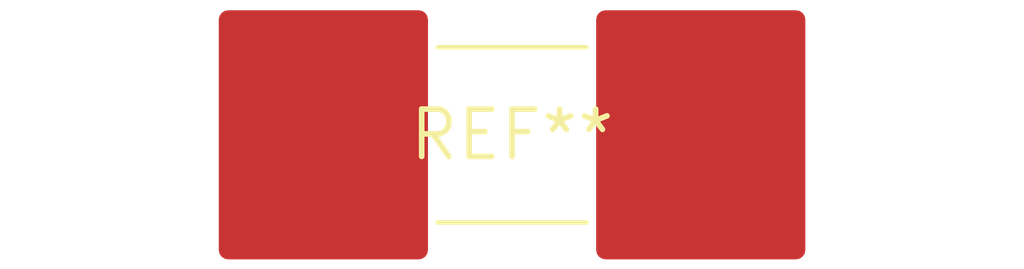
<source format=kicad_pcb>
(kicad_pcb (version 20240108) (generator pcbnew)
  (layers (0 "F.Cu" signal) (31 "B.Cu" signal) (34 "B.Paste" user) (35 "F.Paste" user) (36 "B.SilkS" user "B.Silkscreen") (37 "F.SilkS" user "F.Silkscreen") (38 "B.Mask" user) (39 "F.Mask" user) (44 "Edge.Cuts" user))
  (net 0 "")
  (footprint "Fuse_Littelfuse-NANO2-462" (layer "F.Cu") (at 0 0)
    (property "Reference" "REF**")
    (property "Value" "Fuse_Littelfuse-NANO2-462")
    (fp_line (start -1.99 -2.35) (end 1.99 -2.35) (layer "F.SilkS") (stroke (width 0.12)))
    (fp_line (start -1.99 2.35) (end 1.99 2.35) (layer "F.SilkS") (stroke (width 0.12)))
    (pad "1" smd roundrect (at -5.05 0) (size 5.6 6.68) (layers "F.Cu" "F.Paste" "F.Mask") (roundrect_rratio 0.04464285714))
    (pad "2" smd roundrect (at 5.05 0) (size 5.6 6.68) (layers "F.Cu" "F.Paste" "F.Mask") (roundrect_rratio 0.04464285714))
  )
)
</source>
